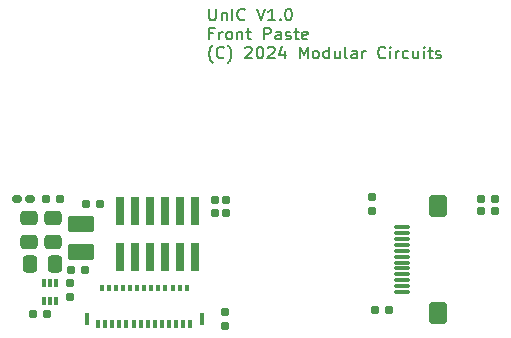
<source format=gbr>
%TF.GenerationSoftware,KiCad,Pcbnew,8.0.2-8.0.2-0~ubuntu22.04.1*%
%TF.CreationDate,2024-05-30T18:48:56-07:00*%
%TF.ProjectId,unic_gw1,756e6963-5f67-4773-912e-6b696361645f,1.0*%
%TF.SameCoordinates,Original*%
%TF.FileFunction,Paste,Top*%
%TF.FilePolarity,Positive*%
%FSLAX46Y46*%
G04 Gerber Fmt 4.6, Leading zero omitted, Abs format (unit mm)*
G04 Created by KiCad (PCBNEW 8.0.2-8.0.2-0~ubuntu22.04.1) date 2024-05-30 18:48:56*
%MOMM*%
%LPD*%
G01*
G04 APERTURE LIST*
G04 Aperture macros list*
%AMRoundRect*
0 Rectangle with rounded corners*
0 $1 Rounding radius*
0 $2 $3 $4 $5 $6 $7 $8 $9 X,Y pos of 4 corners*
0 Add a 4 corners polygon primitive as box body*
4,1,4,$2,$3,$4,$5,$6,$7,$8,$9,$2,$3,0*
0 Add four circle primitives for the rounded corners*
1,1,$1+$1,$2,$3*
1,1,$1+$1,$4,$5*
1,1,$1+$1,$6,$7*
1,1,$1+$1,$8,$9*
0 Add four rect primitives between the rounded corners*
20,1,$1+$1,$2,$3,$4,$5,0*
20,1,$1+$1,$4,$5,$6,$7,0*
20,1,$1+$1,$6,$7,$8,$9,0*
20,1,$1+$1,$8,$9,$2,$3,0*%
G04 Aperture macros list end*
%ADD10C,0.150000*%
%ADD11RoundRect,0.250000X0.337500X0.475000X-0.337500X0.475000X-0.337500X-0.475000X0.337500X-0.475000X0*%
%ADD12RoundRect,0.160000X-0.222500X-0.160000X0.222500X-0.160000X0.222500X0.160000X-0.222500X0.160000X0*%
%ADD13RoundRect,0.085000X-0.085000X0.265000X-0.085000X-0.265000X0.085000X-0.265000X0.085000X0.265000X0*%
%ADD14R,0.740000X2.400000*%
%ADD15RoundRect,0.160000X0.197500X0.160000X-0.197500X0.160000X-0.197500X-0.160000X0.197500X-0.160000X0*%
%ADD16RoundRect,0.250000X-0.475000X0.337500X-0.475000X-0.337500X0.475000X-0.337500X0.475000X0.337500X0*%
%ADD17RoundRect,0.250001X0.849999X-0.462499X0.849999X0.462499X-0.849999X0.462499X-0.849999X-0.462499X0*%
%ADD18RoundRect,0.155000X-0.155000X0.212500X-0.155000X-0.212500X0.155000X-0.212500X0.155000X0.212500X0*%
%ADD19RoundRect,0.155000X0.155000X-0.212500X0.155000X0.212500X-0.155000X0.212500X-0.155000X-0.212500X0*%
%ADD20RoundRect,0.155000X0.212500X0.155000X-0.212500X0.155000X-0.212500X-0.155000X0.212500X-0.155000X0*%
%ADD21RoundRect,0.160000X-0.197500X-0.160000X0.197500X-0.160000X0.197500X0.160000X-0.197500X0.160000X0*%
%ADD22R,0.355600X0.711200*%
%ADD23R,0.355600X0.558800*%
%ADD24R,0.406400X1.092200*%
%ADD25RoundRect,0.160000X0.160000X-0.197500X0.160000X0.197500X-0.160000X0.197500X-0.160000X-0.197500X0*%
%ADD26RoundRect,0.075000X0.575000X-0.075000X0.575000X0.075000X-0.575000X0.075000X-0.575000X-0.075000X0*%
%ADD27RoundRect,0.400000X0.400000X-0.550000X0.400000X0.550000X-0.400000X0.550000X-0.400000X-0.550000X0*%
%ADD28RoundRect,0.155000X-0.212500X-0.155000X0.212500X-0.155000X0.212500X0.155000X-0.212500X0.155000X0*%
G04 APERTURE END LIST*
D10*
X55609279Y-41319931D02*
X55609279Y-42129454D01*
X55609279Y-42129454D02*
X55656898Y-42224692D01*
X55656898Y-42224692D02*
X55704517Y-42272312D01*
X55704517Y-42272312D02*
X55799755Y-42319931D01*
X55799755Y-42319931D02*
X55990231Y-42319931D01*
X55990231Y-42319931D02*
X56085469Y-42272312D01*
X56085469Y-42272312D02*
X56133088Y-42224692D01*
X56133088Y-42224692D02*
X56180707Y-42129454D01*
X56180707Y-42129454D02*
X56180707Y-41319931D01*
X56656898Y-41653264D02*
X56656898Y-42319931D01*
X56656898Y-41748502D02*
X56704517Y-41700883D01*
X56704517Y-41700883D02*
X56799755Y-41653264D01*
X56799755Y-41653264D02*
X56942612Y-41653264D01*
X56942612Y-41653264D02*
X57037850Y-41700883D01*
X57037850Y-41700883D02*
X57085469Y-41796121D01*
X57085469Y-41796121D02*
X57085469Y-42319931D01*
X57561660Y-42319931D02*
X57561660Y-41319931D01*
X58609278Y-42224692D02*
X58561659Y-42272312D01*
X58561659Y-42272312D02*
X58418802Y-42319931D01*
X58418802Y-42319931D02*
X58323564Y-42319931D01*
X58323564Y-42319931D02*
X58180707Y-42272312D01*
X58180707Y-42272312D02*
X58085469Y-42177073D01*
X58085469Y-42177073D02*
X58037850Y-42081835D01*
X58037850Y-42081835D02*
X57990231Y-41891359D01*
X57990231Y-41891359D02*
X57990231Y-41748502D01*
X57990231Y-41748502D02*
X58037850Y-41558026D01*
X58037850Y-41558026D02*
X58085469Y-41462788D01*
X58085469Y-41462788D02*
X58180707Y-41367550D01*
X58180707Y-41367550D02*
X58323564Y-41319931D01*
X58323564Y-41319931D02*
X58418802Y-41319931D01*
X58418802Y-41319931D02*
X58561659Y-41367550D01*
X58561659Y-41367550D02*
X58609278Y-41415169D01*
X59656898Y-41319931D02*
X59990231Y-42319931D01*
X59990231Y-42319931D02*
X60323564Y-41319931D01*
X61180707Y-42319931D02*
X60609279Y-42319931D01*
X60894993Y-42319931D02*
X60894993Y-41319931D01*
X60894993Y-41319931D02*
X60799755Y-41462788D01*
X60799755Y-41462788D02*
X60704517Y-41558026D01*
X60704517Y-41558026D02*
X60609279Y-41605645D01*
X61609279Y-42224692D02*
X61656898Y-42272312D01*
X61656898Y-42272312D02*
X61609279Y-42319931D01*
X61609279Y-42319931D02*
X61561660Y-42272312D01*
X61561660Y-42272312D02*
X61609279Y-42224692D01*
X61609279Y-42224692D02*
X61609279Y-42319931D01*
X62275945Y-41319931D02*
X62371183Y-41319931D01*
X62371183Y-41319931D02*
X62466421Y-41367550D01*
X62466421Y-41367550D02*
X62514040Y-41415169D01*
X62514040Y-41415169D02*
X62561659Y-41510407D01*
X62561659Y-41510407D02*
X62609278Y-41700883D01*
X62609278Y-41700883D02*
X62609278Y-41938978D01*
X62609278Y-41938978D02*
X62561659Y-42129454D01*
X62561659Y-42129454D02*
X62514040Y-42224692D01*
X62514040Y-42224692D02*
X62466421Y-42272312D01*
X62466421Y-42272312D02*
X62371183Y-42319931D01*
X62371183Y-42319931D02*
X62275945Y-42319931D01*
X62275945Y-42319931D02*
X62180707Y-42272312D01*
X62180707Y-42272312D02*
X62133088Y-42224692D01*
X62133088Y-42224692D02*
X62085469Y-42129454D01*
X62085469Y-42129454D02*
X62037850Y-41938978D01*
X62037850Y-41938978D02*
X62037850Y-41700883D01*
X62037850Y-41700883D02*
X62085469Y-41510407D01*
X62085469Y-41510407D02*
X62133088Y-41415169D01*
X62133088Y-41415169D02*
X62180707Y-41367550D01*
X62180707Y-41367550D02*
X62275945Y-41319931D01*
X55942612Y-43406065D02*
X55609279Y-43406065D01*
X55609279Y-43929875D02*
X55609279Y-42929875D01*
X55609279Y-42929875D02*
X56085469Y-42929875D01*
X56466422Y-43929875D02*
X56466422Y-43263208D01*
X56466422Y-43453684D02*
X56514041Y-43358446D01*
X56514041Y-43358446D02*
X56561660Y-43310827D01*
X56561660Y-43310827D02*
X56656898Y-43263208D01*
X56656898Y-43263208D02*
X56752136Y-43263208D01*
X57228327Y-43929875D02*
X57133089Y-43882256D01*
X57133089Y-43882256D02*
X57085470Y-43834636D01*
X57085470Y-43834636D02*
X57037851Y-43739398D01*
X57037851Y-43739398D02*
X57037851Y-43453684D01*
X57037851Y-43453684D02*
X57085470Y-43358446D01*
X57085470Y-43358446D02*
X57133089Y-43310827D01*
X57133089Y-43310827D02*
X57228327Y-43263208D01*
X57228327Y-43263208D02*
X57371184Y-43263208D01*
X57371184Y-43263208D02*
X57466422Y-43310827D01*
X57466422Y-43310827D02*
X57514041Y-43358446D01*
X57514041Y-43358446D02*
X57561660Y-43453684D01*
X57561660Y-43453684D02*
X57561660Y-43739398D01*
X57561660Y-43739398D02*
X57514041Y-43834636D01*
X57514041Y-43834636D02*
X57466422Y-43882256D01*
X57466422Y-43882256D02*
X57371184Y-43929875D01*
X57371184Y-43929875D02*
X57228327Y-43929875D01*
X57990232Y-43263208D02*
X57990232Y-43929875D01*
X57990232Y-43358446D02*
X58037851Y-43310827D01*
X58037851Y-43310827D02*
X58133089Y-43263208D01*
X58133089Y-43263208D02*
X58275946Y-43263208D01*
X58275946Y-43263208D02*
X58371184Y-43310827D01*
X58371184Y-43310827D02*
X58418803Y-43406065D01*
X58418803Y-43406065D02*
X58418803Y-43929875D01*
X58752137Y-43263208D02*
X59133089Y-43263208D01*
X58894994Y-42929875D02*
X58894994Y-43787017D01*
X58894994Y-43787017D02*
X58942613Y-43882256D01*
X58942613Y-43882256D02*
X59037851Y-43929875D01*
X59037851Y-43929875D02*
X59133089Y-43929875D01*
X60228328Y-43929875D02*
X60228328Y-42929875D01*
X60228328Y-42929875D02*
X60609280Y-42929875D01*
X60609280Y-42929875D02*
X60704518Y-42977494D01*
X60704518Y-42977494D02*
X60752137Y-43025113D01*
X60752137Y-43025113D02*
X60799756Y-43120351D01*
X60799756Y-43120351D02*
X60799756Y-43263208D01*
X60799756Y-43263208D02*
X60752137Y-43358446D01*
X60752137Y-43358446D02*
X60704518Y-43406065D01*
X60704518Y-43406065D02*
X60609280Y-43453684D01*
X60609280Y-43453684D02*
X60228328Y-43453684D01*
X61656899Y-43929875D02*
X61656899Y-43406065D01*
X61656899Y-43406065D02*
X61609280Y-43310827D01*
X61609280Y-43310827D02*
X61514042Y-43263208D01*
X61514042Y-43263208D02*
X61323566Y-43263208D01*
X61323566Y-43263208D02*
X61228328Y-43310827D01*
X61656899Y-43882256D02*
X61561661Y-43929875D01*
X61561661Y-43929875D02*
X61323566Y-43929875D01*
X61323566Y-43929875D02*
X61228328Y-43882256D01*
X61228328Y-43882256D02*
X61180709Y-43787017D01*
X61180709Y-43787017D02*
X61180709Y-43691779D01*
X61180709Y-43691779D02*
X61228328Y-43596541D01*
X61228328Y-43596541D02*
X61323566Y-43548922D01*
X61323566Y-43548922D02*
X61561661Y-43548922D01*
X61561661Y-43548922D02*
X61656899Y-43501303D01*
X62085471Y-43882256D02*
X62180709Y-43929875D01*
X62180709Y-43929875D02*
X62371185Y-43929875D01*
X62371185Y-43929875D02*
X62466423Y-43882256D01*
X62466423Y-43882256D02*
X62514042Y-43787017D01*
X62514042Y-43787017D02*
X62514042Y-43739398D01*
X62514042Y-43739398D02*
X62466423Y-43644160D01*
X62466423Y-43644160D02*
X62371185Y-43596541D01*
X62371185Y-43596541D02*
X62228328Y-43596541D01*
X62228328Y-43596541D02*
X62133090Y-43548922D01*
X62133090Y-43548922D02*
X62085471Y-43453684D01*
X62085471Y-43453684D02*
X62085471Y-43406065D01*
X62085471Y-43406065D02*
X62133090Y-43310827D01*
X62133090Y-43310827D02*
X62228328Y-43263208D01*
X62228328Y-43263208D02*
X62371185Y-43263208D01*
X62371185Y-43263208D02*
X62466423Y-43310827D01*
X62799757Y-43263208D02*
X63180709Y-43263208D01*
X62942614Y-42929875D02*
X62942614Y-43787017D01*
X62942614Y-43787017D02*
X62990233Y-43882256D01*
X62990233Y-43882256D02*
X63085471Y-43929875D01*
X63085471Y-43929875D02*
X63180709Y-43929875D01*
X63894995Y-43882256D02*
X63799757Y-43929875D01*
X63799757Y-43929875D02*
X63609281Y-43929875D01*
X63609281Y-43929875D02*
X63514043Y-43882256D01*
X63514043Y-43882256D02*
X63466424Y-43787017D01*
X63466424Y-43787017D02*
X63466424Y-43406065D01*
X63466424Y-43406065D02*
X63514043Y-43310827D01*
X63514043Y-43310827D02*
X63609281Y-43263208D01*
X63609281Y-43263208D02*
X63799757Y-43263208D01*
X63799757Y-43263208D02*
X63894995Y-43310827D01*
X63894995Y-43310827D02*
X63942614Y-43406065D01*
X63942614Y-43406065D02*
X63942614Y-43501303D01*
X63942614Y-43501303D02*
X63466424Y-43596541D01*
X55894993Y-45920771D02*
X55847374Y-45873152D01*
X55847374Y-45873152D02*
X55752136Y-45730295D01*
X55752136Y-45730295D02*
X55704517Y-45635057D01*
X55704517Y-45635057D02*
X55656898Y-45492200D01*
X55656898Y-45492200D02*
X55609279Y-45254104D01*
X55609279Y-45254104D02*
X55609279Y-45063628D01*
X55609279Y-45063628D02*
X55656898Y-44825533D01*
X55656898Y-44825533D02*
X55704517Y-44682676D01*
X55704517Y-44682676D02*
X55752136Y-44587438D01*
X55752136Y-44587438D02*
X55847374Y-44444580D01*
X55847374Y-44444580D02*
X55894993Y-44396961D01*
X56847374Y-45444580D02*
X56799755Y-45492200D01*
X56799755Y-45492200D02*
X56656898Y-45539819D01*
X56656898Y-45539819D02*
X56561660Y-45539819D01*
X56561660Y-45539819D02*
X56418803Y-45492200D01*
X56418803Y-45492200D02*
X56323565Y-45396961D01*
X56323565Y-45396961D02*
X56275946Y-45301723D01*
X56275946Y-45301723D02*
X56228327Y-45111247D01*
X56228327Y-45111247D02*
X56228327Y-44968390D01*
X56228327Y-44968390D02*
X56275946Y-44777914D01*
X56275946Y-44777914D02*
X56323565Y-44682676D01*
X56323565Y-44682676D02*
X56418803Y-44587438D01*
X56418803Y-44587438D02*
X56561660Y-44539819D01*
X56561660Y-44539819D02*
X56656898Y-44539819D01*
X56656898Y-44539819D02*
X56799755Y-44587438D01*
X56799755Y-44587438D02*
X56847374Y-44635057D01*
X57180708Y-45920771D02*
X57228327Y-45873152D01*
X57228327Y-45873152D02*
X57323565Y-45730295D01*
X57323565Y-45730295D02*
X57371184Y-45635057D01*
X57371184Y-45635057D02*
X57418803Y-45492200D01*
X57418803Y-45492200D02*
X57466422Y-45254104D01*
X57466422Y-45254104D02*
X57466422Y-45063628D01*
X57466422Y-45063628D02*
X57418803Y-44825533D01*
X57418803Y-44825533D02*
X57371184Y-44682676D01*
X57371184Y-44682676D02*
X57323565Y-44587438D01*
X57323565Y-44587438D02*
X57228327Y-44444580D01*
X57228327Y-44444580D02*
X57180708Y-44396961D01*
X58656899Y-44635057D02*
X58704518Y-44587438D01*
X58704518Y-44587438D02*
X58799756Y-44539819D01*
X58799756Y-44539819D02*
X59037851Y-44539819D01*
X59037851Y-44539819D02*
X59133089Y-44587438D01*
X59133089Y-44587438D02*
X59180708Y-44635057D01*
X59180708Y-44635057D02*
X59228327Y-44730295D01*
X59228327Y-44730295D02*
X59228327Y-44825533D01*
X59228327Y-44825533D02*
X59180708Y-44968390D01*
X59180708Y-44968390D02*
X58609280Y-45539819D01*
X58609280Y-45539819D02*
X59228327Y-45539819D01*
X59847375Y-44539819D02*
X59942613Y-44539819D01*
X59942613Y-44539819D02*
X60037851Y-44587438D01*
X60037851Y-44587438D02*
X60085470Y-44635057D01*
X60085470Y-44635057D02*
X60133089Y-44730295D01*
X60133089Y-44730295D02*
X60180708Y-44920771D01*
X60180708Y-44920771D02*
X60180708Y-45158866D01*
X60180708Y-45158866D02*
X60133089Y-45349342D01*
X60133089Y-45349342D02*
X60085470Y-45444580D01*
X60085470Y-45444580D02*
X60037851Y-45492200D01*
X60037851Y-45492200D02*
X59942613Y-45539819D01*
X59942613Y-45539819D02*
X59847375Y-45539819D01*
X59847375Y-45539819D02*
X59752137Y-45492200D01*
X59752137Y-45492200D02*
X59704518Y-45444580D01*
X59704518Y-45444580D02*
X59656899Y-45349342D01*
X59656899Y-45349342D02*
X59609280Y-45158866D01*
X59609280Y-45158866D02*
X59609280Y-44920771D01*
X59609280Y-44920771D02*
X59656899Y-44730295D01*
X59656899Y-44730295D02*
X59704518Y-44635057D01*
X59704518Y-44635057D02*
X59752137Y-44587438D01*
X59752137Y-44587438D02*
X59847375Y-44539819D01*
X60561661Y-44635057D02*
X60609280Y-44587438D01*
X60609280Y-44587438D02*
X60704518Y-44539819D01*
X60704518Y-44539819D02*
X60942613Y-44539819D01*
X60942613Y-44539819D02*
X61037851Y-44587438D01*
X61037851Y-44587438D02*
X61085470Y-44635057D01*
X61085470Y-44635057D02*
X61133089Y-44730295D01*
X61133089Y-44730295D02*
X61133089Y-44825533D01*
X61133089Y-44825533D02*
X61085470Y-44968390D01*
X61085470Y-44968390D02*
X60514042Y-45539819D01*
X60514042Y-45539819D02*
X61133089Y-45539819D01*
X61990232Y-44873152D02*
X61990232Y-45539819D01*
X61752137Y-44492200D02*
X61514042Y-45206485D01*
X61514042Y-45206485D02*
X62133089Y-45206485D01*
X63275947Y-45539819D02*
X63275947Y-44539819D01*
X63275947Y-44539819D02*
X63609280Y-45254104D01*
X63609280Y-45254104D02*
X63942613Y-44539819D01*
X63942613Y-44539819D02*
X63942613Y-45539819D01*
X64561661Y-45539819D02*
X64466423Y-45492200D01*
X64466423Y-45492200D02*
X64418804Y-45444580D01*
X64418804Y-45444580D02*
X64371185Y-45349342D01*
X64371185Y-45349342D02*
X64371185Y-45063628D01*
X64371185Y-45063628D02*
X64418804Y-44968390D01*
X64418804Y-44968390D02*
X64466423Y-44920771D01*
X64466423Y-44920771D02*
X64561661Y-44873152D01*
X64561661Y-44873152D02*
X64704518Y-44873152D01*
X64704518Y-44873152D02*
X64799756Y-44920771D01*
X64799756Y-44920771D02*
X64847375Y-44968390D01*
X64847375Y-44968390D02*
X64894994Y-45063628D01*
X64894994Y-45063628D02*
X64894994Y-45349342D01*
X64894994Y-45349342D02*
X64847375Y-45444580D01*
X64847375Y-45444580D02*
X64799756Y-45492200D01*
X64799756Y-45492200D02*
X64704518Y-45539819D01*
X64704518Y-45539819D02*
X64561661Y-45539819D01*
X65752137Y-45539819D02*
X65752137Y-44539819D01*
X65752137Y-45492200D02*
X65656899Y-45539819D01*
X65656899Y-45539819D02*
X65466423Y-45539819D01*
X65466423Y-45539819D02*
X65371185Y-45492200D01*
X65371185Y-45492200D02*
X65323566Y-45444580D01*
X65323566Y-45444580D02*
X65275947Y-45349342D01*
X65275947Y-45349342D02*
X65275947Y-45063628D01*
X65275947Y-45063628D02*
X65323566Y-44968390D01*
X65323566Y-44968390D02*
X65371185Y-44920771D01*
X65371185Y-44920771D02*
X65466423Y-44873152D01*
X65466423Y-44873152D02*
X65656899Y-44873152D01*
X65656899Y-44873152D02*
X65752137Y-44920771D01*
X66656899Y-44873152D02*
X66656899Y-45539819D01*
X66228328Y-44873152D02*
X66228328Y-45396961D01*
X66228328Y-45396961D02*
X66275947Y-45492200D01*
X66275947Y-45492200D02*
X66371185Y-45539819D01*
X66371185Y-45539819D02*
X66514042Y-45539819D01*
X66514042Y-45539819D02*
X66609280Y-45492200D01*
X66609280Y-45492200D02*
X66656899Y-45444580D01*
X67275947Y-45539819D02*
X67180709Y-45492200D01*
X67180709Y-45492200D02*
X67133090Y-45396961D01*
X67133090Y-45396961D02*
X67133090Y-44539819D01*
X68085471Y-45539819D02*
X68085471Y-45016009D01*
X68085471Y-45016009D02*
X68037852Y-44920771D01*
X68037852Y-44920771D02*
X67942614Y-44873152D01*
X67942614Y-44873152D02*
X67752138Y-44873152D01*
X67752138Y-44873152D02*
X67656900Y-44920771D01*
X68085471Y-45492200D02*
X67990233Y-45539819D01*
X67990233Y-45539819D02*
X67752138Y-45539819D01*
X67752138Y-45539819D02*
X67656900Y-45492200D01*
X67656900Y-45492200D02*
X67609281Y-45396961D01*
X67609281Y-45396961D02*
X67609281Y-45301723D01*
X67609281Y-45301723D02*
X67656900Y-45206485D01*
X67656900Y-45206485D02*
X67752138Y-45158866D01*
X67752138Y-45158866D02*
X67990233Y-45158866D01*
X67990233Y-45158866D02*
X68085471Y-45111247D01*
X68561662Y-45539819D02*
X68561662Y-44873152D01*
X68561662Y-45063628D02*
X68609281Y-44968390D01*
X68609281Y-44968390D02*
X68656900Y-44920771D01*
X68656900Y-44920771D02*
X68752138Y-44873152D01*
X68752138Y-44873152D02*
X68847376Y-44873152D01*
X70514043Y-45444580D02*
X70466424Y-45492200D01*
X70466424Y-45492200D02*
X70323567Y-45539819D01*
X70323567Y-45539819D02*
X70228329Y-45539819D01*
X70228329Y-45539819D02*
X70085472Y-45492200D01*
X70085472Y-45492200D02*
X69990234Y-45396961D01*
X69990234Y-45396961D02*
X69942615Y-45301723D01*
X69942615Y-45301723D02*
X69894996Y-45111247D01*
X69894996Y-45111247D02*
X69894996Y-44968390D01*
X69894996Y-44968390D02*
X69942615Y-44777914D01*
X69942615Y-44777914D02*
X69990234Y-44682676D01*
X69990234Y-44682676D02*
X70085472Y-44587438D01*
X70085472Y-44587438D02*
X70228329Y-44539819D01*
X70228329Y-44539819D02*
X70323567Y-44539819D01*
X70323567Y-44539819D02*
X70466424Y-44587438D01*
X70466424Y-44587438D02*
X70514043Y-44635057D01*
X70942615Y-45539819D02*
X70942615Y-44873152D01*
X70942615Y-44539819D02*
X70894996Y-44587438D01*
X70894996Y-44587438D02*
X70942615Y-44635057D01*
X70942615Y-44635057D02*
X70990234Y-44587438D01*
X70990234Y-44587438D02*
X70942615Y-44539819D01*
X70942615Y-44539819D02*
X70942615Y-44635057D01*
X71418805Y-45539819D02*
X71418805Y-44873152D01*
X71418805Y-45063628D02*
X71466424Y-44968390D01*
X71466424Y-44968390D02*
X71514043Y-44920771D01*
X71514043Y-44920771D02*
X71609281Y-44873152D01*
X71609281Y-44873152D02*
X71704519Y-44873152D01*
X72466424Y-45492200D02*
X72371186Y-45539819D01*
X72371186Y-45539819D02*
X72180710Y-45539819D01*
X72180710Y-45539819D02*
X72085472Y-45492200D01*
X72085472Y-45492200D02*
X72037853Y-45444580D01*
X72037853Y-45444580D02*
X71990234Y-45349342D01*
X71990234Y-45349342D02*
X71990234Y-45063628D01*
X71990234Y-45063628D02*
X72037853Y-44968390D01*
X72037853Y-44968390D02*
X72085472Y-44920771D01*
X72085472Y-44920771D02*
X72180710Y-44873152D01*
X72180710Y-44873152D02*
X72371186Y-44873152D01*
X72371186Y-44873152D02*
X72466424Y-44920771D01*
X73323567Y-44873152D02*
X73323567Y-45539819D01*
X72894996Y-44873152D02*
X72894996Y-45396961D01*
X72894996Y-45396961D02*
X72942615Y-45492200D01*
X72942615Y-45492200D02*
X73037853Y-45539819D01*
X73037853Y-45539819D02*
X73180710Y-45539819D01*
X73180710Y-45539819D02*
X73275948Y-45492200D01*
X73275948Y-45492200D02*
X73323567Y-45444580D01*
X73799758Y-45539819D02*
X73799758Y-44873152D01*
X73799758Y-44539819D02*
X73752139Y-44587438D01*
X73752139Y-44587438D02*
X73799758Y-44635057D01*
X73799758Y-44635057D02*
X73847377Y-44587438D01*
X73847377Y-44587438D02*
X73799758Y-44539819D01*
X73799758Y-44539819D02*
X73799758Y-44635057D01*
X74133091Y-44873152D02*
X74514043Y-44873152D01*
X74275948Y-44539819D02*
X74275948Y-45396961D01*
X74275948Y-45396961D02*
X74323567Y-45492200D01*
X74323567Y-45492200D02*
X74418805Y-45539819D01*
X74418805Y-45539819D02*
X74514043Y-45539819D01*
X74799758Y-45492200D02*
X74894996Y-45539819D01*
X74894996Y-45539819D02*
X75085472Y-45539819D01*
X75085472Y-45539819D02*
X75180710Y-45492200D01*
X75180710Y-45492200D02*
X75228329Y-45396961D01*
X75228329Y-45396961D02*
X75228329Y-45349342D01*
X75228329Y-45349342D02*
X75180710Y-45254104D01*
X75180710Y-45254104D02*
X75085472Y-45206485D01*
X75085472Y-45206485D02*
X74942615Y-45206485D01*
X74942615Y-45206485D02*
X74847377Y-45158866D01*
X74847377Y-45158866D02*
X74799758Y-45063628D01*
X74799758Y-45063628D02*
X74799758Y-45016009D01*
X74799758Y-45016009D02*
X74847377Y-44920771D01*
X74847377Y-44920771D02*
X74942615Y-44873152D01*
X74942615Y-44873152D02*
X75085472Y-44873152D01*
X75085472Y-44873152D02*
X75180710Y-44920771D01*
D11*
%TO.C,C5*%
X42515000Y-62950000D03*
X40440000Y-62950000D03*
%TD*%
D12*
%TO.C,LED_DONE1*%
X39305000Y-57450000D03*
X40450000Y-57450000D03*
%TD*%
D13*
%TO.C,U6*%
X42628500Y-64550000D03*
X42128500Y-64550000D03*
X41628500Y-64550000D03*
X41628500Y-66050000D03*
X42128500Y-66050000D03*
X42628500Y-66050000D03*
%TD*%
D14*
%TO.C,J_JTAG1*%
X54422500Y-58420000D03*
X54422500Y-62320000D03*
X53152500Y-58420000D03*
X53152500Y-62320000D03*
X51882500Y-58420000D03*
X51882500Y-62320000D03*
X50612500Y-58420000D03*
X50612500Y-62320000D03*
X49342500Y-58420000D03*
X49342500Y-62320000D03*
X48072500Y-58420000D03*
X48072500Y-62320000D03*
%TD*%
D15*
%TO.C,R16*%
X45180000Y-57850000D03*
X46375000Y-57850000D03*
%TD*%
D16*
%TO.C,C7*%
X40377500Y-59012500D03*
X40377500Y-61087500D03*
%TD*%
D15*
%TO.C,R2*%
X78580000Y-57450000D03*
X79775000Y-57450000D03*
%TD*%
D17*
%TO.C,L1*%
X44777500Y-61912500D03*
X44777500Y-59587500D03*
%TD*%
D18*
%TO.C,C11*%
X56967500Y-68157500D03*
X56967500Y-67022500D03*
%TD*%
D19*
%TO.C,C20*%
X57067500Y-57482500D03*
X57067500Y-58617500D03*
%TD*%
D20*
%TO.C,C15*%
X69680000Y-66820000D03*
X70815000Y-66820000D03*
%TD*%
D19*
%TO.C,C23*%
X69427500Y-57282500D03*
X69427500Y-58417500D03*
%TD*%
D21*
%TO.C,R3*%
X79775000Y-58450000D03*
X78580000Y-58450000D03*
%TD*%
%TO.C,R1*%
X42975000Y-57450000D03*
X41780000Y-57450000D03*
%TD*%
D16*
%TO.C,C8*%
X42377500Y-59012500D03*
X42377500Y-61087500D03*
%TD*%
D22*
%TO.C,J_EXT1*%
X46197500Y-67982389D03*
D23*
X46497500Y-64967379D03*
D22*
X46797499Y-67982389D03*
D23*
X47097501Y-64967379D03*
D22*
X47397500Y-67982389D03*
D23*
X47697500Y-64967379D03*
D22*
X47997499Y-67982389D03*
D23*
X48297501Y-64967379D03*
D22*
X48597500Y-67982389D03*
D23*
X48897500Y-64967379D03*
D22*
X49197499Y-67982389D03*
D23*
X49497501Y-64967379D03*
D22*
X49797501Y-67982389D03*
D23*
X50097500Y-64967379D03*
D22*
X50397499Y-67982389D03*
D23*
X50697501Y-64967379D03*
D22*
X50997501Y-67982389D03*
D23*
X51297500Y-64967379D03*
D22*
X51597500Y-67982389D03*
D23*
X51897501Y-64967379D03*
D22*
X52197501Y-67982389D03*
D23*
X52497500Y-64967379D03*
D22*
X52797500Y-67982389D03*
D23*
X53097502Y-64967379D03*
D22*
X53397501Y-67982389D03*
D23*
X53697500Y-64967379D03*
D22*
X53997500Y-67982389D03*
D24*
X45222498Y-67615700D03*
X54972502Y-67615700D03*
%TD*%
D21*
%TO.C,R4*%
X45075000Y-63450000D03*
X43880000Y-63450000D03*
%TD*%
D25*
%TO.C,R5*%
X43777500Y-64552500D03*
X43777500Y-65747500D03*
%TD*%
D26*
%TO.C,J_DISPLAY1*%
X71938500Y-65323000D03*
X71938500Y-64823000D03*
X71938500Y-64323000D03*
X71938500Y-63823000D03*
X71938500Y-63323000D03*
X71938500Y-62823000D03*
X71938500Y-62323000D03*
X71938500Y-61823000D03*
X71938500Y-61323000D03*
X71938500Y-60823000D03*
X71932214Y-60327280D03*
X71938500Y-59823000D03*
D27*
X74988500Y-67073000D03*
X74988500Y-58073000D03*
%TD*%
D19*
%TO.C,C4*%
X56117500Y-57482500D03*
X56117500Y-58617500D03*
%TD*%
D28*
%TO.C,C6*%
X41845000Y-67150000D03*
X40710000Y-67150000D03*
%TD*%
M02*

</source>
